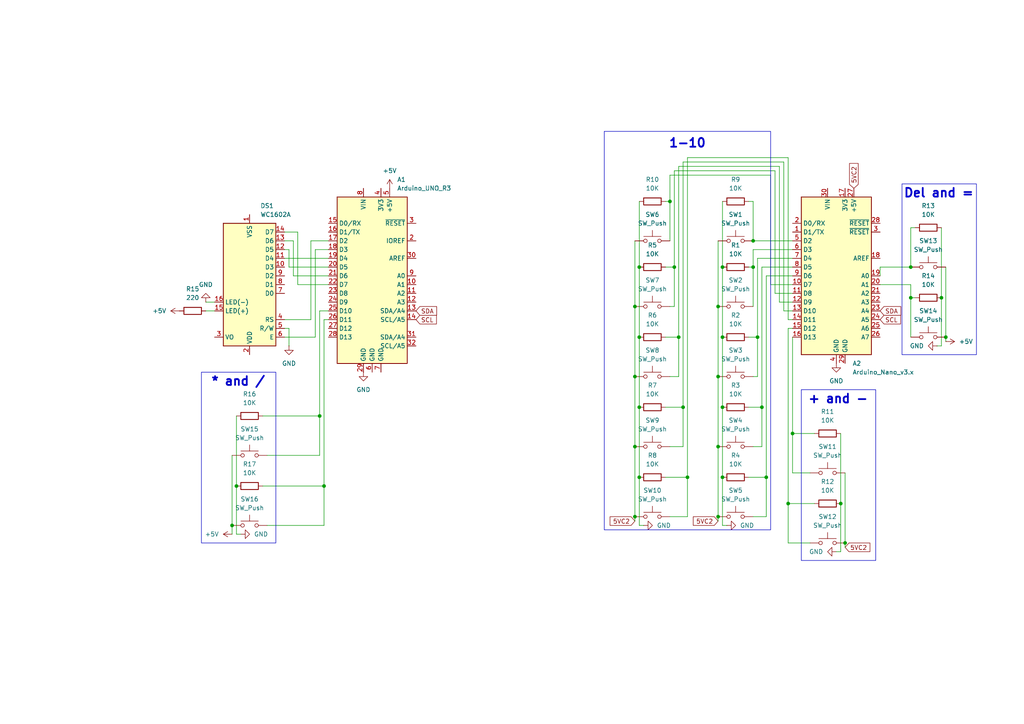
<source format=kicad_sch>
(kicad_sch (version 20250114) (generator "eeschema") (generator_version "9.0")
  (paper "A4")
  (title_block (title "Calduino") (date "2025-08-15") (rev "R1") (company "Blue Kiwi"))
  (lib_symbols
    (symbol "Device:R" (pin_numbers (hide yes)) (pin_names (offset 0))
      (property "Reference" "R" (at 2.032 0 90))
      (property "Value" "R" (at 0 0 90))
      (symbol "R_0_1"
        (rectangle (start -1.016 -2.54) (end 1.016 2.54) (stroke (width 0.254)))
      )
      (symbol "R_1_1"
        (pin passive line (at 0 3.81 270) (length 1.27) (name "~") (number "1"))
        (pin passive line (at 0 -3.81 90) (length 1.27) (name "~") (number "2"))
      )
    )
    (symbol "Display_Character:WC1602A"
      (property "Reference" "DS" (at -5.842 19.05 0))
      (property "Value" "WC1602A" (at 5.334 19.05 0))
      (symbol "WC1602A_1_1"
        (rectangle (start -7.62 17.78) (end 7.62 -17.78) (stroke (width 0.254)) (fill (type background)))
        (pin input line (at -10.16 15.24 0) (length 2.54) (name "E") (number "6"))
        (pin input line (at -10.16 12.7 0) (length 2.54) (name "R/W") (number "5"))
        (pin input line (at -10.16 10.16 0) (length 2.54) (name "RS") (number "4"))
        (pin input line (at -10.16 2.54 0) (length 2.54) (name "D0") (number "7"))
        (pin input line (at -10.16 0 0) (length 2.54) (name "D1") (number "8"))
        (pin input line (at -10.16 -2.54 0) (length 2.54) (name "D2") (number "9"))
        (pin input line (at -10.16 -5.08 0) (length 2.54) (name "D3") (number "10"))
        (pin input line (at -10.16 -7.62 0) (length 2.54) (name "D4") (number "11"))
        (pin input line (at -10.16 -10.16 0) (length 2.54) (name "D5") (number "12"))
        (pin input line (at -10.16 -12.7 0) (length 2.54) (name "D6") (number "13"))
        (pin input line (at -10.16 -15.24 0) (length 2.54) (name "D7") (number "14"))
        (pin power_in line (at 0 20.32 270) (length 2.54) (name "VDD") (number "2"))
        (pin power_in line (at 0 -20.32 90) (length 2.54) (name "VSS") (number "1"))
        (pin input line (at 10.16 15.24 180) (length 2.54) (name "VO") (number "3"))
        (pin power_in line (at 10.16 7.62 180) (length 2.54) (name "LED(+)") (number "15"))
        (pin power_in line (at 10.16 5.08 180) (length 2.54) (name "LED(-)") (number "16"))
      )
    )
    (symbol "MCU_Module:Arduino_Nano_v3.x"
      (property "Reference" "A" (at -10.16 23.495 0))
      (property "Value" "Arduino_Nano_v3.x" (at 5.08 -24.13 0))
      (symbol "Arduino_Nano_v3.x_0_1"
        (rectangle (start -10.16 22.86) (end 10.16 -22.86) (stroke (width 0.254)) (fill (type background)))
      )
      (symbol "Arduino_Nano_v3.x_1_1"
        (pin bidirectional line (at -12.7 15.24 0) (length 2.54) (name "D0/RX") (number "2"))
        (pin bidirectional line (at -12.7 12.7 0) (length 2.54) (name "D1/TX") (number "1"))
        (pin bidirectional line (at -12.7 10.16 0) (length 2.54) (name "D2") (number "5"))
        (pin bidirectional line (at -12.7 7.62 0) (length 2.54) (name "D3") (number "6"))
        (pin bidirectional line (at -12.7 5.08 0) (length 2.54) (name "D4") (number "7"))
        (pin bidirectional line (at -12.7 2.54 0) (length 2.54) (name "D5") (number "8"))
        (pin bidirectional line (at -12.7 0 0) (length 2.54) (name "D6") (number "9"))
        (pin bidirectional line (at -12.7 -2.54 0) (length 2.54) (name "D7") (number "10"))
        (pin bidirectional line (at -12.7 -5.08 0) (length 2.54) (name "D8") (number "11"))
        (pin bidirectional line (at -12.7 -7.62 0) (length 2.54) (name "D9") (number "12"))
        (pin bidirectional line (at -12.7 -10.16 0) (length 2.54) (name "D10") (number "13"))
        (pin bidirectional line (at -12.7 -12.7 0) (length 2.54) (name "D11") (number "14"))
        (pin bidirectional line (at -12.7 -15.24 0) (length 2.54) (name "D12") (number "15"))
        (pin bidirectional line (at -12.7 -17.78 0) (length 2.54) (name "D13") (number "16"))
        (pin power_in line (at -2.54 25.4 270) (length 2.54) (name "VIN") (number "30"))
        (pin power_in line (at 0 -25.4 90) (length 2.54) (name "GND") (number "4"))
        (pin power_out line (at 2.54 25.4 270) (length 2.54) (name "3V3") (number "17"))
        (pin power_in line (at 2.54 -25.4 90) (length 2.54) (name "GND") (number "29"))
        (pin power_out line (at 5.08 25.4 270) (length 2.54) (name "+5V") (number "27"))
        (pin input line (at 12.7 15.24 180) (length 2.54) (name "~{RESET}") (number "28"))
        (pin input line (at 12.7 12.7 180) (length 2.54) (name "~{RESET}") (number "3"))
        (pin input line (at 12.7 5.08 180) (length 2.54) (name "AREF") (number "18"))
        (pin bidirectional line (at 12.7 0 180) (length 2.54) (name "A0") (number "19"))
        (pin bidirectional line (at 12.7 -2.54 180) (length 2.54) (name "A1") (number "20"))
        (pin bidirectional line (at 12.7 -5.08 180) (length 2.54) (name "A2") (number "21"))
        (pin bidirectional line (at 12.7 -7.62 180) (length 2.54) (name "A3") (number "22"))
        (pin bidirectional line (at 12.7 -10.16 180) (length 2.54) (name "A4") (number "23"))
        (pin bidirectional line (at 12.7 -12.7 180) (length 2.54) (name "A5") (number "24"))
        (pin bidirectional line (at 12.7 -15.24 180) (length 2.54) (name "A6") (number "25"))
        (pin bidirectional line (at 12.7 -17.78 180) (length 2.54) (name "A7") (number "26"))
      )
    )
    (symbol "MCU_Module:Arduino_UNO_R3"
      (property "Reference" "A" (at -10.16 23.495 0))
      (property "Value" "Arduino_UNO_R3" (at 5.08 -26.67 0))
      (symbol "Arduino_UNO_R3_0_1"
        (rectangle (start -10.16 22.86) (end 10.16 -25.4) (stroke (width 0.254)) (fill (type background)))
      )
      (symbol "Arduino_UNO_R3_1_1"
        (pin bidirectional line (at -12.7 15.24 0) (length 2.54) (name "D0/RX") (number "15"))
        (pin bidirectional line (at -12.7 12.7 0) (length 2.54) (name "D1/TX") (number "16"))
        (pin bidirectional line (at -12.7 10.16 0) (length 2.54) (name "D2") (number "17"))
        (pin bidirectional line (at -12.7 7.62 0) (length 2.54) (name "D3") (number "18"))
        (pin bidirectional line (at -12.7 5.08 0) (length 2.54) (name "D4") (number "19"))
        (pin bidirectional line (at -12.7 2.54 0) (length 2.54) (name "D5") (number "20"))
        (pin bidirectional line (at -12.7 0 0) (length 2.54) (name "D6") (number "21"))
        (pin bidirectional line (at -12.7 -2.54 0) (length 2.54) (name "D7") (number "22"))
        (pin bidirectional line (at -12.7 -5.08 0) (length 2.54) (name "D8") (number "23"))
        (pin bidirectional line (at -12.7 -7.62 0) (length 2.54) (name "D9") (number "24"))
        (pin bidirectional line (at -12.7 -10.16 0) (length 2.54) (name "D10") (number "25"))
        (pin bidirectional line (at -12.7 -12.7 0) (length 2.54) (name "D11") (number "26"))
        (pin bidirectional line (at -12.7 -15.24 0) (length 2.54) (name "D12") (number "27"))
        (pin bidirectional line (at -12.7 -17.78 0) (length 2.54) (name "D13") (number "28"))
        (pin no_connect line (at -10.16 -20.32 0) (length 2.54) (hide yes) (name "NC") (number "1"))
        (pin power_in line (at -2.54 25.4 270) (length 2.54) (name "VIN") (number "8"))
        (pin power_in line (at -2.54 -27.94 90) (length 2.54) (name "GND") (number "29"))
        (pin power_in line (at 0 -27.94 90) (length 2.54) (name "GND") (number "6"))
        (pin power_out line (at 2.54 25.4 270) (length 2.54) (name "3V3") (number "4"))
        (pin power_in line (at 2.54 -27.94 90) (length 2.54) (name "GND") (number "7"))
        (pin power_out line (at 5.08 25.4 270) (length 2.54) (name "+5V") (number "5"))
        (pin input line (at 12.7 15.24 180) (length 2.54) (name "~{RESET}") (number "3"))
        (pin output line (at 12.7 10.16 180) (length 2.54) (name "IOREF") (number "2"))
        (pin input line (at 12.7 5.08 180) (length 2.54) (name "AREF") (number "30"))
        (pin bidirectional line (at 12.7 0 180) (length 2.54) (name "A0") (number "9"))
        (pin bidirectional line (at 12.7 -2.54 180) (length 2.54) (name "A1") (number "10"))
        (pin bidirectional line (at 12.7 -5.08 180) (length 2.54) (name "A2") (number "11"))
        (pin bidirectional line (at 12.7 -7.62 180) (length 2.54) (name "A3") (number "12"))
        (pin bidirectional line (at 12.7 -10.16 180) (length 2.54) (name "SDA/A4") (number "13"))
        (pin bidirectional line (at 12.7 -12.7 180) (length 2.54) (name "SCL/A5") (number "14"))
        (pin bidirectional line (at 12.7 -17.78 180) (length 2.54) (name "SDA/A4") (number "31"))
        (pin bidirectional line (at 12.7 -20.32 180) (length 2.54) (name "SCL/A5") (number "32"))
      )
    )
    (symbol "Switch:SW_Push" (pin_numbers (hide yes)) (pin_names (offset 1.016) (hide yes))
      (property "Reference" "SW" (at 1.27 2.54 0))
      (property "Value" "SW_Push" (at 0 -1.524 0))
      (symbol "SW_Push_0_1"
        (circle (center -2.032 0) (radius 0.508))
        (polyline (pts (xy 0 1.27) (xy 0 3.048)))
        (circle (center 2.032 0) (radius 0.508))
        (polyline (pts (xy 2.54 1.27) (xy -2.54 1.27)))
        (pin passive line (at -5.08 0 0) (length 2.54) (name "1") (number "1"))
        (pin passive line (at 5.08 0 180) (length 2.54) (name "2") (number "2"))
      )
    )
    (symbol "power:+5V" (power) (pin_numbers (hide yes)) (pin_names (offset 0) (hide yes))
      (property "Value" "+5V" (at 0 3.556 0))
      (symbol "+5V_0_1"
        (polyline (pts (xy -0.762 1.27) (xy 0 2.54)))
        (polyline (pts (xy 0 2.54) (xy 0.762 1.27)))
        (polyline (pts (xy 0 0) (xy 0 2.54)))
      )
      (symbol "+5V_1_1"
        (pin power_in line (at 0 0 90) (length 0) (name "~") (number "1"))
      )
    )
    (symbol "power:GND" (power) (pin_numbers (hide yes)) (pin_names (offset 0) (hide yes))
      (property "Value" "GND" (at 0 -3.81 0))
      (symbol "GND_0_1"
        (polyline (pts (xy 0 0) (xy 0 -1.27) (xy 1.27 -1.27) (xy 0 -2.54) (xy -1.27 -1.27) (xy 0 -1.27)))
      )
      (symbol "GND_1_1"
        (pin power_in line (at 0 0 270) (length 0) (name "~") (number "1"))
      )
    )
  )
  (rectangle (start 58.42 107.95) (end 80.01 157.48))
  (rectangle (start 175.26 38.1) (end 223.52 153.67))
  (rectangle (start 232.41 113.03) (end 254 162.56))
  (rectangle (start 261.62 53.34) (end 283.21 102.87))
  (text "* and /" (at 69.088 110.744 0) (effects (font (size 2.54 2.54) (thickness 0.508) (bold yes))))
  (text "1-10" (at 199.39 41.656 0) (effects (font (size 2.54 2.54) (thickness 0.508) (bold yes))))
  (text "+ and -" (at 243.078 115.824 0) (effects (font (size 2.54 2.54) (thickness 0.508) (bold yes))))
  (text "Del and =" (at 272.288 56.134 0) (effects (font (size 2.54 2.54) (thickness 0.508) (bold yes))))
  (junction (at 218.44 69.85))
  (junction (at 264.16 77.47))
  (junction (at 219.71 97.79))
  (junction (at 220.98 118.11))
  (junction (at 198.12 118.11))
  (junction (at 243.84 146.05))
  (junction (at 209.55 97.79))
  (junction (at 185.42 77.47))
  (junction (at 274.32 97.79))
  (junction (at 208.28 149.86))
  (junction (at 222.25 138.43))
  (junction (at 209.55 77.47))
  (junction (at 229.87 125.73))
  (junction (at 184.15 129.54))
  (junction (at 184.15 88.9))
  (junction (at 209.55 138.43))
  (junction (at 196.85 97.79))
  (junction (at 185.42 138.43))
  (junction (at 93.98 140.97))
  (junction (at 273.05 86.36))
  (junction (at 218.44 77.47))
  (junction (at 228.6 146.05))
  (junction (at 185.42 118.11))
  (junction (at 67.31 152.4))
  (junction (at 194.31 58.42))
  (junction (at 209.55 118.11))
  (junction (at 195.58 77.47))
  (junction (at 185.42 97.79))
  (junction (at 184.15 149.86))
  (junction (at 208.28 88.9))
  (junction (at 199.39 138.43))
  (junction (at 184.15 109.22))
  (junction (at 264.16 86.36))
  (junction (at 68.58 140.97))
  (junction (at 245.11 157.48))
  (junction (at 208.28 129.54))
  (junction (at 208.28 109.22))
  (junction (at 92.71 120.65))
  (wire (pts (xy 199.39 138.43) (xy 199.39 149.86)))
  (wire (pts (xy 209.55 58.42) (xy 209.55 77.47)))
  (wire (pts (xy 198.12 46.99) (xy 198.12 118.11)))
  (wire (pts (xy 193.04 58.42) (xy 194.31 58.42)))
  (wire (pts (xy 219.71 97.79) (xy 219.71 109.22)))
  (wire (pts (xy 93.98 152.4) (xy 93.98 140.97)))
  (wire (pts (xy 217.17 58.42) (xy 218.44 58.42)))
  (wire (pts (xy 184.15 149.86) (xy 184.15 151.13)))
  (wire (pts (xy 185.42 118.11) (xy 185.42 138.43)))
  (wire (pts (xy 220.98 77.47) (xy 220.98 118.11)))
  (wire (pts (xy 59.69 90.17) (xy 62.23 90.17)))
  (wire (pts (xy 222.25 138.43) (xy 222.25 149.86)))
  (wire (pts (xy 274.32 97.79) (xy 274.32 99.06)))
  (wire (pts (xy 184.15 109.22) (xy 184.15 129.54)))
  (wire (pts (xy 220.98 129.54) (xy 218.44 129.54)))
  (wire (pts (xy 223.52 50.8) (xy 194.31 50.8)))
  (wire (pts (xy 245.11 157.48) (xy 245.11 158.75)))
  (wire (pts (xy 274.32 77.47) (xy 274.32 97.79)))
  (wire (pts (xy 185.42 58.42) (xy 185.42 77.47)))
  (wire (pts (xy 185.42 77.47) (xy 185.42 97.79)))
  (wire (pts (xy 243.84 125.73) (xy 243.84 146.05)))
  (wire (pts (xy 86.36 67.31) (xy 82.55 67.31)))
  (wire (pts (xy 193.04 138.43) (xy 199.39 138.43)))
  (wire (pts (xy 265.43 66.04) (xy 264.16 66.04)))
  (wire (pts (xy 193.04 77.47) (xy 195.58 77.47)))
  (wire (pts (xy 95.25 82.55) (xy 86.36 82.55)))
  (wire (pts (xy 86.36 82.55) (xy 86.36 67.31)))
  (wire (pts (xy 226.06 48.26) (xy 196.85 48.26)))
  (wire (pts (xy 68.58 120.65) (xy 68.58 140.97)))
  (wire (pts (xy 218.44 77.47) (xy 218.44 88.9)))
  (wire (pts (xy 229.87 125.73) (xy 236.22 125.73)))
  (wire (pts (xy 90.17 69.85) (xy 95.25 69.85)))
  (wire (pts (xy 243.84 146.05) (xy 243.84 160.02)))
  (wire (pts (xy 91.44 72.39) (xy 95.25 72.39)))
  (wire (pts (xy 85.09 80.01) (xy 85.09 69.85)))
  (wire (pts (xy 229.87 74.93) (xy 219.71 74.93)))
  (wire (pts (xy 196.85 109.22) (xy 194.31 109.22)))
  (wire (pts (xy 76.2 120.65) (xy 92.71 120.65)))
  (wire (pts (xy 92.71 90.17) (xy 92.71 120.65)))
  (wire (pts (xy 218.44 72.39) (xy 218.44 77.47)))
  (wire (pts (xy 227.33 46.99) (xy 198.12 46.99)))
  (wire (pts (xy 77.47 152.4) (xy 93.98 152.4)))
  (wire (pts (xy 93.98 92.71) (xy 95.25 92.71)))
  (wire (pts (xy 83.82 77.47) (xy 83.82 72.39)))
  (wire (pts (xy 229.87 72.39) (xy 218.44 72.39)))
  (wire (pts (xy 195.58 49.53) (xy 195.58 77.47)))
  (wire (pts (xy 208.28 129.54) (xy 208.28 149.86)))
  (wire (pts (xy 208.28 88.9) (xy 208.28 109.22)))
  (wire (pts (xy 85.09 69.85) (xy 82.55 69.85)))
  (wire (pts (xy 193.04 118.11) (xy 198.12 118.11)))
  (wire (pts (xy 76.2 140.97) (xy 93.98 140.97)))
  (wire (pts (xy 234.95 137.16) (xy 229.87 137.16)))
  (wire (pts (xy 264.16 77.47) (xy 255.27 77.47)))
  (wire (pts (xy 217.17 138.43) (xy 222.25 138.43)))
  (wire (pts (xy 194.31 50.8) (xy 194.31 58.42)))
  (wire (pts (xy 209.55 152.4) (xy 210.82 152.4)))
  (wire (pts (xy 67.31 154.94) (xy 67.31 152.4)))
  (wire (pts (xy 59.69 87.63) (xy 62.23 87.63)))
  (wire (pts (xy 198.12 118.11) (xy 198.12 129.54)))
  (wire (pts (xy 196.85 97.79) (xy 196.85 109.22)))
  (wire (pts (xy 69.85 154.94) (xy 68.58 154.94)))
  (wire (pts (xy 95.25 77.47) (xy 83.82 77.47)))
  (wire (pts (xy 228.6 146.05) (xy 236.22 146.05)))
  (wire (pts (xy 273.05 86.36) (xy 273.05 100.33)))
  (wire (pts (xy 264.16 86.36) (xy 265.43 86.36)))
  (wire (pts (xy 209.55 118.11) (xy 209.55 138.43)))
  (wire (pts (xy 193.04 97.79) (xy 196.85 97.79)))
  (wire (pts (xy 273.05 66.04) (xy 273.05 86.36)))
  (wire (pts (xy 92.71 90.17) (xy 95.25 90.17)))
  (wire (pts (xy 218.44 69.85) (xy 229.87 69.85)))
  (wire (pts (xy 243.84 160.02) (xy 242.57 160.02)))
  (wire (pts (xy 220.98 118.11) (xy 220.98 129.54)))
  (wire (pts (xy 196.85 48.26) (xy 196.85 97.79)))
  (wire (pts (xy 245.11 137.16) (xy 245.11 157.48)))
  (wire (pts (xy 208.28 69.85) (xy 208.28 88.9)))
  (wire (pts (xy 227.33 90.17) (xy 227.33 46.99)))
  (wire (pts (xy 83.82 72.39) (xy 82.55 72.39)))
  (wire (pts (xy 217.17 77.47) (xy 218.44 77.47)))
  (wire (pts (xy 227.33 90.17) (xy 229.87 90.17)))
  (wire (pts (xy 67.31 132.08) (xy 67.31 152.4)))
  (wire (pts (xy 219.71 74.93) (xy 219.71 97.79)))
  (wire (pts (xy 223.52 82.55) (xy 223.52 50.8)))
  (wire (pts (xy 208.28 109.22) (xy 208.28 129.54)))
  (wire (pts (xy 208.28 149.86) (xy 208.28 151.13)))
  (wire (pts (xy 93.98 140.97) (xy 93.98 92.71)))
  (wire (pts (xy 199.39 45.72) (xy 199.39 138.43)))
  (wire (pts (xy 194.31 58.42) (xy 194.31 69.85)))
  (wire (pts (xy 229.87 125.73) (xy 229.87 97.79)))
  (wire (pts (xy 82.55 74.93) (xy 95.25 74.93)))
  (wire (pts (xy 92.71 120.65) (xy 92.71 132.08)))
  (wire (pts (xy 219.71 109.22) (xy 218.44 109.22)))
  (wire (pts (xy 91.44 97.79) (xy 91.44 72.39)))
  (wire (pts (xy 229.87 95.25) (xy 228.6 95.25)))
  (wire (pts (xy 199.39 149.86) (xy 194.31 149.86)))
  (wire (pts (xy 228.6 95.25) (xy 228.6 146.05)))
  (wire (pts (xy 264.16 66.04) (xy 264.16 77.47)))
  (wire (pts (xy 90.17 92.71) (xy 90.17 69.85)))
  (wire (pts (xy 209.55 138.43) (xy 209.55 152.4)))
  (wire (pts (xy 185.42 152.4) (xy 186.69 152.4)))
  (wire (pts (xy 226.06 87.63) (xy 226.06 48.26)))
  (wire (pts (xy 95.25 80.01) (xy 85.09 80.01)))
  (wire (pts (xy 185.42 97.79) (xy 185.42 118.11)))
  (wire (pts (xy 228.6 146.05) (xy 228.6 157.48)))
  (wire (pts (xy 185.42 138.43) (xy 185.42 152.4)))
  (wire (pts (xy 224.79 49.53) (xy 195.58 49.53)))
  (wire (pts (xy 264.16 97.79) (xy 264.16 86.36)))
  (wire (pts (xy 229.87 85.09) (xy 224.79 85.09)))
  (wire (pts (xy 209.55 77.47) (xy 209.55 97.79)))
  (wire (pts (xy 229.87 137.16) (xy 229.87 125.73)))
  (wire (pts (xy 68.58 154.94) (xy 68.58 140.97)))
  (wire (pts (xy 229.87 77.47) (xy 220.98 77.47)))
  (wire (pts (xy 217.17 118.11) (xy 220.98 118.11)))
  (wire (pts (xy 273.05 100.33) (xy 271.78 100.33)))
  (wire (pts (xy 264.16 82.55) (xy 255.27 82.55)))
  (wire (pts (xy 209.55 97.79) (xy 209.55 118.11)))
  (wire (pts (xy 222.25 80.01) (xy 222.25 138.43)))
  (wire (pts (xy 83.82 95.25) (xy 83.82 100.33)))
  (wire (pts (xy 226.06 87.63) (xy 229.87 87.63)))
  (wire (pts (xy 198.12 129.54) (xy 194.31 129.54)))
  (wire (pts (xy 229.87 80.01) (xy 222.25 80.01)))
  (wire (pts (xy 255.27 77.47) (xy 255.27 80.01)))
  (wire (pts (xy 82.55 95.25) (xy 83.82 95.25)))
  (wire (pts (xy 222.25 149.86) (xy 218.44 149.86)))
  (wire (pts (xy 195.58 77.47) (xy 195.58 88.9)))
  (wire (pts (xy 184.15 88.9) (xy 184.15 109.22)))
  (wire (pts (xy 184.15 129.54) (xy 184.15 149.86)))
  (wire (pts (xy 228.6 92.71) (xy 228.6 45.72)))
  (wire (pts (xy 184.15 69.85) (xy 184.15 88.9)))
  (wire (pts (xy 229.87 92.71) (xy 228.6 92.71)))
  (wire (pts (xy 218.44 58.42) (xy 218.44 69.85)))
  (wire (pts (xy 77.47 132.08) (xy 92.71 132.08)))
  (wire (pts (xy 264.16 86.36) (xy 264.16 82.55)))
  (wire (pts (xy 228.6 157.48) (xy 234.95 157.48)))
  (wire (pts (xy 195.58 88.9) (xy 194.31 88.9)))
  (wire (pts (xy 224.79 85.09) (xy 224.79 49.53)))
  (wire (pts (xy 82.55 97.79) (xy 91.44 97.79)))
  (wire (pts (xy 217.17 97.79) (xy 219.71 97.79)))
  (wire (pts (xy 228.6 45.72) (xy 199.39 45.72)))
  (wire (pts (xy 229.87 82.55) (xy 223.52 82.55)))
  (wire (pts (xy 82.55 92.71) (xy 90.17 92.71)))
  (global_label "5VC2" (shape input) (at 208.28 151.13 180) (property "Intersheetrefs" "${INTERSHEET_REFS}" (effects (hide yes))))
  (global_label "5VC2" (shape input) (at 245.11 158.75 0) (property "Intersheetrefs" "${INTERSHEET_REFS}" (effects (hide yes))))
  (global_label "SCL" (shape input) (at 120.65 92.71 0) (property "Intersheetrefs" "${INTERSHEET_REFS}" (effects (hide yes))))
  (global_label "SDA" (shape input) (at 255.27 90.17 0) (property "Intersheetrefs" "${INTERSHEET_REFS}" (effects (hide yes))))
  (global_label "5VC2" (shape input) (at 184.15 151.13 180) (property "Intersheetrefs" "${INTERSHEET_REFS}" (effects (hide yes))))
  (global_label "SCL" (shape input) (at 255.27 92.71 0) (property "Intersheetrefs" "${INTERSHEET_REFS}" (effects (hide yes))))
  (global_label "SDA" (shape input) (at 120.65 90.17 0) (property "Intersheetrefs" "${INTERSHEET_REFS}" (effects (hide yes))))
  (global_label "5VC2" (shape input) (at 247.65 54.61 90) (property "Intersheetrefs" "${INTERSHEET_REFS}" (effects (hide yes))))
  (symbol (lib_id "power:+5V") (at 52.07 90.17 90) (unit 1)
    (property "Reference" "#PWR08" (effects (hide yes)))
    (property "Value" "+5V" (at 48.26 90.1699 90) (effects (justify left)))
    (property "Description" "Power symbol creates a global label with name \"+5V\"" (effects (hide yes)))
  )
  (symbol (lib_id "Switch:SW_Push") (at 189.23 109.22 0) (unit 1)
    (property "Reference" "SW8" (at 189.23 101.6 0))
    (property "Value" "SW_Push" (at 189.23 104.14 0))
    (property "Description" "Push button switch, generic, two pins" (effects (hide yes)))
  )
  (symbol (lib_id "power:+5V") (at 274.32 99.06 270) (unit 1)
    (property "Reference" "#PWR010" (effects (hide yes)))
    (property "Value" "+5V" (at 278.13 99.0599 90) (effects (justify left)))
    (property "Description" "Power symbol creates a global label with name \"+5V\"" (effects (hide yes)))
  )
  (symbol (lib_id "Device:R") (at 189.23 97.79 90) (unit 1)
    (property "Reference" "R6" (at 189.23 91.44 90))
    (property "Value" "10K" (at 189.23 93.98 90))
    (property "Description" "Resistor" (effects (hide yes)))
  )
  (symbol (lib_id "Device:R") (at 213.36 58.42 90) (unit 1)
    (property "Reference" "R9" (at 213.36 52.07 90))
    (property "Value" "10K" (at 213.36 54.61 90))
    (property "Description" "Resistor" (effects (hide yes)))
  )
  (symbol (lib_id "Switch:SW_Push") (at 213.36 109.22 0) (unit 1)
    (property "Reference" "SW3" (at 213.36 101.6 0))
    (property "Value" "SW_Push" (at 213.36 104.14 0))
    (property "Description" "Push button switch, generic, two pins" (effects (hide yes)))
  )
  (symbol (lib_id "Device:R") (at 213.36 138.43 90) (unit 1)
    (property "Reference" "R4" (at 213.36 132.08 90))
    (property "Value" "10K" (at 213.36 134.62 90))
    (property "Description" "Resistor" (effects (hide yes)))
  )
  (symbol (lib_id "power:GND") (at 105.41 107.95 0) (unit 1)
    (property "Reference" "#PWR04" (effects (hide yes)))
    (property "Value" "GND" (at 105.41 113.03 0))
    (property "Description" "Power symbol creates a global label with name \"GND\" , ground" (effects (hide yes)))
  )
  (symbol (lib_id "Switch:SW_Push") (at 269.24 97.79 0) (unit 1)
    (property "Reference" "SW14" (at 269.24 90.17 0))
    (property "Value" "SW_Push" (at 269.24 92.71 0))
    (property "Description" "Push button switch, generic, two pins" (effects (hide yes)))
  )
  (symbol (lib_id "Device:R") (at 55.88 90.17 90) (unit 1)
    (property "Reference" "R15" (at 55.88 83.82 90))
    (property "Value" "220" (at 55.88 86.36 90))
    (property "Description" "Resistor" (effects (hide yes)))
  )
  (symbol (lib_id "Device:R") (at 213.36 118.11 90) (unit 1)
    (property "Reference" "R3" (at 213.36 111.76 90))
    (property "Value" "10K" (at 213.36 114.3 90))
    (property "Description" "Resistor" (effects (hide yes)))
  )
  (symbol (lib_id "Switch:SW_Push") (at 72.39 132.08 0) (unit 1)
    (property "Reference" "SW15" (at 72.39 124.46 0))
    (property "Value" "SW_Push" (at 72.39 127 0))
    (property "Description" "Push button switch, generic, two pins" (effects (hide yes)))
  )
  (symbol (lib_id "Switch:SW_Push") (at 189.23 129.54 0) (unit 1)
    (property "Reference" "SW9" (at 189.23 121.92 0))
    (property "Value" "SW_Push" (at 189.23 124.46 0))
    (property "Description" "Push button switch, generic, two pins" (effects (hide yes)))
  )
  (symbol (lib_id "Device:R") (at 189.23 58.42 90) (unit 1)
    (property "Reference" "R10" (at 189.23 52.07 90))
    (property "Value" "10K" (at 189.23 54.61 90))
    (property "Description" "Resistor" (effects (hide yes)))
  )
  (symbol (lib_id "Switch:SW_Push") (at 189.23 69.85 0) (unit 1)
    (property "Reference" "SW6" (at 189.23 62.23 0))
    (property "Value" "SW_Push" (at 189.23 64.77 0))
    (property "Description" "Push button switch, generic, two pins" (effects (hide yes)))
  )
  (symbol (lib_id "Switch:SW_Push") (at 269.24 77.47 0) (unit 1)
    (property "Reference" "SW13" (at 269.24 69.85 0))
    (property "Value" "SW_Push" (at 269.24 72.39 0))
    (property "Description" "Push button switch, generic, two pins" (effects (hide yes)))
  )
  (symbol (lib_id "Device:R") (at 269.24 86.36 90) (unit 1)
    (property "Reference" "R14" (at 269.24 80.01 90))
    (property "Value" "10K" (at 269.24 82.55 90))
    (property "Description" "Resistor" (effects (hide yes)))
  )
  (symbol (lib_id "power:GND") (at 242.57 160.02 270) (unit 1)
    (property "Reference" "#PWR07" (effects (hide yes)))
    (property "Value" "GND" (at 238.76 160.0199 90) (effects (justify right)))
    (property "Description" "Power symbol creates a global label with name \"GND\" , ground" (effects (hide yes)))
  )
  (symbol (lib_id "Display_Character:WC1602A") (at 72.39 82.55 180) (unit 1)
    (property "Reference" "DS1" (at 75.5081 59.69 0) (effects (justify right)))
    (property "Value" "WC1602A" (at 75.5081 62.23 0) (effects (justify right)))
    (property "Footprint" "Display:WC1602A" (effects (hide yes)))
    (property "Datasheet" "http://www.wincomlcd.com/pdf/WC1602A-SFYLYHTC06.pdf" (effects (hide yes)))
    (property "Description" "LCD 16x2 Alphanumeric , 8 bit parallel bus, 5V VDD" (effects (hide yes)))
  )
  (symbol (lib_id "Device:R") (at 189.23 138.43 90) (unit 1)
    (property "Reference" "R8" (at 189.23 132.08 90))
    (property "Value" "10K" (at 189.23 134.62 90))
    (property "Description" "Resistor" (effects (hide yes)))
  )
  (symbol (lib_id "Switch:SW_Push") (at 213.36 88.9 0) (unit 1)
    (property "Reference" "SW2" (at 213.36 81.28 0))
    (property "Value" "SW_Push" (at 213.36 83.82 0))
    (property "Description" "Push button switch, generic, two pins" (effects (hide yes)))
  )
  (symbol (lib_id "power:GND") (at 242.57 105.41 0) (unit 1)
    (property "Reference" "#PWR05" (effects (hide yes)))
    (property "Value" "GND" (at 242.57 110.49 0))
    (property "Description" "Power symbol creates a global label with name \"GND\" , ground" (effects (hide yes)))
  )
  (symbol (lib_id "MCU_Module:Arduino_UNO_R3") (at 107.95 80.01 0) (unit 1)
    (property "Reference" "A1" (at 115.1733 52.07 0) (effects (justify left)))
    (property "Value" "Arduino_UNO_R3" (at 115.1733 54.61 0) (effects (justify left)))
    (property "Footprint" "Module:Arduino_UNO_R3" (effects (hide yes)))
    (property "Datasheet" "https://www.arduino.cc/en/Main/arduinoBoardUno" (effects (hide yes)))
    (property "Description" "Arduino UNO Microcontroller Module, release 3" (effects (hide yes)))
  )
  (symbol (lib_id "power:GND") (at 69.85 154.94 90) (unit 1)
    (property "Reference" "#PWR012" (effects (hide yes)))
    (property "Value" "GND" (at 73.66 154.9399 90) (effects (justify right)))
    (property "Description" "Power symbol creates a global label with name \"GND\" , ground" (effects (hide yes)))
  )
  (symbol (lib_id "Switch:SW_Push") (at 72.39 152.4 0) (unit 1)
    (property "Reference" "SW16" (at 72.39 144.78 0))
    (property "Value" "SW_Push" (at 72.39 147.32 0))
    (property "Description" "Push button switch, generic, two pins" (effects (hide yes)))
  )
  (symbol (lib_id "Device:R") (at 72.39 140.97 90) (unit 1)
    (property "Reference" "R17" (at 72.39 134.62 90))
    (property "Value" "10K" (at 72.39 137.16 90))
    (property "Description" "Resistor" (effects (hide yes)))
  )
  (symbol (lib_id "Device:R") (at 72.39 120.65 90) (unit 1)
    (property "Reference" "R16" (at 72.39 114.3 90))
    (property "Value" "10K" (at 72.39 116.84 90))
    (property "Description" "Resistor" (effects (hide yes)))
  )
  (symbol (lib_id "power:GND") (at 210.82 152.4 90) (unit 1)
    (property "Reference" "#PWR01" (effects (hide yes)))
    (property "Value" "GND" (at 214.63 152.3999 90) (effects (justify right)))
    (property "Description" "Power symbol creates a global label with name \"GND\" , ground" (effects (hide yes)))
  )
  (symbol (lib_id "Device:R") (at 189.23 77.47 90) (unit 1)
    (property "Reference" "R5" (at 189.23 71.12 90))
    (property "Value" "10K" (at 189.23 73.66 90))
    (property "Description" "Resistor" (effects (hide yes)))
  )
  (symbol (lib_id "power:GND") (at 59.69 87.63 180) (unit 1)
    (property "Reference" "#PWR011" (effects (hide yes)))
    (property "Value" "GND" (at 59.69 82.55 0))
    (property "Description" "Power symbol creates a global label with name \"GND\" , ground" (effects (hide yes)))
  )
  (symbol (lib_id "power:GND") (at 83.82 100.33 0) (unit 1)
    (property "Reference" "#PWR03" (effects (hide yes)))
    (property "Value" "GND" (at 83.82 105.41 0))
    (property "Description" "Power symbol creates a global label with name \"GND\" , ground" (effects (hide yes)))
  )
  (symbol (lib_id "Device:R") (at 189.23 118.11 90) (unit 1)
    (property "Reference" "R7" (at 189.23 111.76 90))
    (property "Value" "10K" (at 189.23 114.3 90))
    (property "Description" "Resistor" (effects (hide yes)))
  )
  (symbol (lib_id "Device:R") (at 213.36 77.47 90) (unit 1)
    (property "Reference" "R1" (at 213.36 71.12 90))
    (property "Value" "10K" (at 213.36 73.66 90))
    (property "Description" "Resistor" (effects (hide yes)))
  )
  (symbol (lib_id "Device:R") (at 213.36 97.79 90) (unit 1)
    (property "Reference" "R2" (at 213.36 91.44 90))
    (property "Value" "10K" (at 213.36 93.98 90))
    (property "Description" "Resistor" (effects (hide yes)))
  )
  (symbol (lib_id "Switch:SW_Push") (at 240.03 157.48 0) (unit 1)
    (property "Reference" "SW12" (at 240.03 149.86 0))
    (property "Value" "SW_Push" (at 240.03 152.4 0))
    (property "Description" "Push button switch, generic, two pins" (effects (hide yes)))
  )
  (symbol (lib_id "Switch:SW_Push") (at 213.36 149.86 0) (unit 1)
    (property "Reference" "SW5" (at 213.36 142.24 0))
    (property "Value" "SW_Push" (at 213.36 144.78 0))
    (property "Description" "Push button switch, generic, two pins" (effects (hide yes)))
  )
  (symbol (lib_id "Device:R") (at 240.03 146.05 90) (unit 1)
    (property "Reference" "R12" (at 240.03 139.7 90))
    (property "Value" "10K" (at 240.03 142.24 90))
    (property "Description" "Resistor" (effects (hide yes)))
  )
  (symbol (lib_id "Switch:SW_Push") (at 189.23 149.86 0) (unit 1)
    (property "Reference" "SW10" (at 189.23 142.24 0))
    (property "Value" "SW_Push" (at 189.23 144.78 0))
    (property "Description" "Push button switch, generic, two pins" (effects (hide yes)))
  )
  (symbol (lib_id "Switch:SW_Push") (at 189.23 88.9 0) (unit 1)
    (property "Reference" "SW7" (at 189.23 81.28 0))
    (property "Value" "SW_Push" (at 189.23 83.82 0))
    (property "Description" "Push button switch, generic, two pins" (effects (hide yes)))
  )
  (symbol (lib_id "power:+5V") (at 67.31 154.94 90) (unit 1)
    (property "Reference" "#PWR013" (effects (hide yes)))
    (property "Value" "+5V" (at 63.5 154.9399 90) (effects (justify left)))
    (property "Description" "Power symbol creates a global label with name \"+5V\"" (effects (hide yes)))
  )
  (symbol (lib_id "Device:R") (at 269.24 66.04 90) (unit 1)
    (property "Reference" "R13" (at 269.24 59.69 90))
    (property "Value" "10K" (at 269.24 62.23 90))
    (property "Description" "Resistor" (effects (hide yes)))
  )
  (symbol (lib_id "power:GND") (at 186.69 152.4 90) (unit 1)
    (property "Reference" "#PWR02" (effects (hide yes)))
    (property "Value" "GND" (at 190.5 152.3999 90) (effects (justify right)))
    (property "Description" "Power symbol creates a global label with name \"GND\" , ground" (effects (hide yes)))
  )
  (symbol (lib_id "MCU_Module:Arduino_Nano_v3.x") (at 242.57 80.01 0) (unit 1)
    (property "Reference" "A2" (at 247.2533 105.41 0) (effects (justify left)))
    (property "Value" "Arduino_Nano_v3.x" (at 247.2533 107.95 0) (effects (justify left)))
    (property "Footprint" "Module:Arduino_Nano" (effects (hide yes)))
    (property "Datasheet" "http://www.mouser.com/pdfdocs/Gravitech_Arduino_Nano3_0.pdf" (effects (hide yes)))
    (property "Description" "Arduino Nano v3.x" (effects (hide yes)))
  )
  (symbol (lib_id "Device:R") (at 240.03 125.73 90) (unit 1)
    (property "Reference" "R11" (at 240.03 119.38 90))
    (property "Value" "10K" (at 240.03 121.92 90))
    (property "Description" "Resistor" (effects (hide yes)))
  )
  (symbol (lib_id "power:GND") (at 271.78 100.33 270) (unit 1)
    (property "Reference" "#PWR09" (effects (hide yes)))
    (property "Value" "GND" (at 267.97 100.3299 90) (effects (justify right)))
    (property "Description" "Power symbol creates a global label with name \"GND\" , ground" (effects (hide yes)))
  )
  (symbol (lib_id "Switch:SW_Push") (at 213.36 129.54 0) (unit 1)
    (property "Reference" "SW4" (at 213.36 121.92 0))
    (property "Value" "SW_Push" (at 213.36 124.46 0))
    (property "Description" "Push button switch, generic, two pins" (effects (hide yes)))
  )
  (symbol (lib_id "power:+5V") (at 113.03 54.61 0) (unit 1)
    (property "Reference" "#PWR06" (effects (hide yes)))
    (property "Value" "+5V" (at 113.03 49.53 0))
    (property "Description" "Power symbol creates a global label with name \"+5V\"" (effects (hide yes)))
  )
  (symbol (lib_id "Switch:SW_Push") (at 240.03 137.16 0) (unit 1)
    (property "Reference" "SW11" (at 240.03 129.54 0))
    (property "Value" "SW_Push" (at 240.03 132.08 0))
    (property "Description" "Push button switch, generic, two pins" (effects (hide yes)))
  )
  (symbol (lib_id "Switch:SW_Push") (at 213.36 69.85 0) (unit 1)
    (property "Reference" "SW1" (at 213.36 62.23 0))
    (property "Value" "SW_Push" (at 213.36 64.77 0))
    (property "Description" "Push button switch, generic, two pins" (effects (hide yes)))
  )
)
</source>
